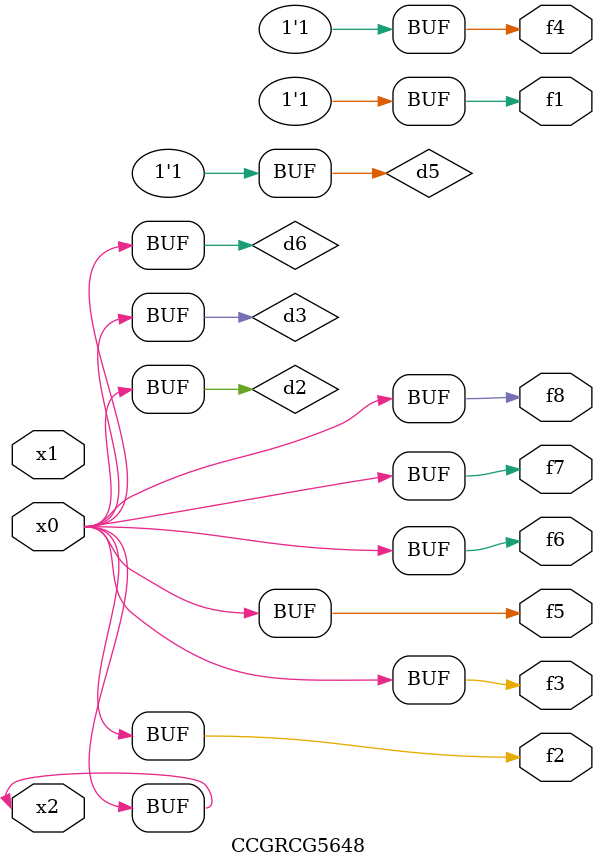
<source format=v>
module CCGRCG5648(
	input x0, x1, x2,
	output f1, f2, f3, f4, f5, f6, f7, f8
);

	wire d1, d2, d3, d4, d5, d6;

	xnor (d1, x2);
	buf (d2, x0, x2);
	and (d3, x0);
	xnor (d4, x1, x2);
	nand (d5, d1, d3);
	buf (d6, d2, d3);
	assign f1 = d5;
	assign f2 = d6;
	assign f3 = d6;
	assign f4 = d5;
	assign f5 = d6;
	assign f6 = d6;
	assign f7 = d6;
	assign f8 = d6;
endmodule

</source>
